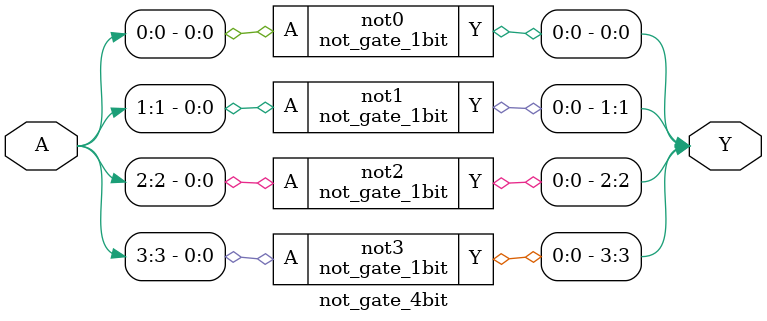
<source format=sv>
module not_gate_1bit (
    input wire A,
    output wire Y
);
    assign Y = ~A;
endmodule

module not_gate_4bit (
    input wire [3:0] A,
    output wire [3:0] Y
);
    not_gate_1bit not0 (.A(A[0]), .Y(Y[0]));
    not_gate_1bit not1 (.A(A[1]), .Y(Y[1]));
    not_gate_1bit not2 (.A(A[2]), .Y(Y[2]));
    not_gate_1bit not3 (.A(A[3]), .Y(Y[3]));
endmodule
</source>
